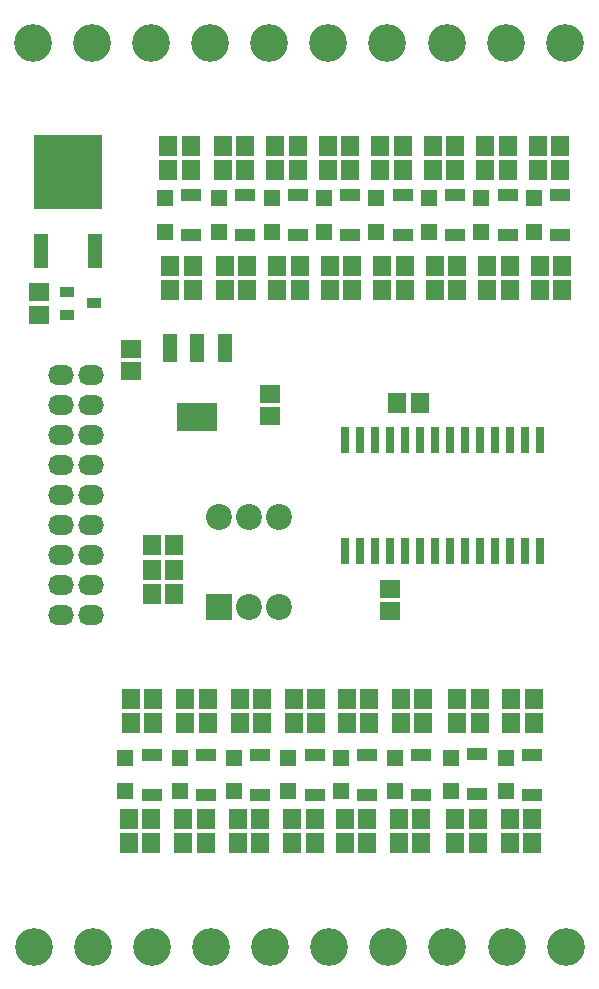
<source format=gts>
%TF.GenerationSoftware,Novarm,DipTrace,3.3.1.2*%
%TF.CreationDate,2019-04-15T21:39:31+01:00*%
%FSLAX35Y35*%
%MOMM*%
%TF.FileFunction,Soldermask,Top*%
%TF.Part,Single*%
%ADD42R,3.45X2.35*%
%ADD44R,1.15X2.35*%
%ADD46C,3.2*%
%ADD48R,0.8X2.2*%
%ADD50O,2.2X1.7*%
%ADD52C,2.2*%
%ADD54R,2.2X2.2*%
%ADD56R,5.75X6.35*%
%ADD58R,1.2X2.95*%
%ADD60R,1.25X0.85*%
%ADD62R,1.8X1.0*%
%ADD64R,1.4X1.4*%
%ADD66R,1.7X1.5*%
%ADD68R,1.5X1.7*%
G75*
G01*
%LPD*%
D68*
X4856760Y2142900D3*
X4666760D3*
D66*
X1444233Y5110973D3*
Y4920973D3*
X2619100Y4539773D3*
Y4729773D3*
D68*
X3888967Y4650887D3*
X3698967D3*
X4396433Y2142900D3*
X4206433D3*
X3920233D3*
X3730233D3*
X3460387D3*
X3270387D3*
X3015453D3*
X2825453D3*
X2555127D3*
X2365127D3*
X2094800D3*
X1904800D3*
X1634473D3*
X1444473D3*
X1968293Y5603287D3*
X1778293D3*
X2428620D3*
X2238620D3*
X2873073D3*
X2683073D3*
X3317527D3*
X3127527D3*
X3761980D3*
X3571980D3*
X4206433D3*
X4016433D3*
X4650887D3*
X4460887D3*
X5095340D3*
X4905340D3*
D64*
X4619140Y1365107D3*
Y1645107D3*
D62*
X4841367Y1333360D3*
Y1673360D3*
D60*
X904780Y5587413D3*
Y5397413D3*
X1134780Y5492413D3*
D64*
X4158813Y1365107D3*
Y1645107D3*
D62*
X4376433Y1337967D3*
Y1677967D3*
D64*
X3682613Y1365107D3*
Y1645107D3*
D62*
X3904840Y1333360D3*
Y1673360D3*
D64*
X3222287Y1365107D3*
Y1645107D3*
D62*
X3444513Y1333360D3*
Y1673360D3*
D64*
X2777833Y1365107D3*
Y1645107D3*
D62*
X3000060Y1333360D3*
Y1673360D3*
D64*
X2317507Y1365107D3*
Y1645107D3*
D62*
X2539733Y1333360D3*
Y1673360D3*
D64*
X1857180Y1365107D3*
Y1645107D3*
D62*
X2079407Y1333360D3*
Y1673360D3*
D64*
X1396853Y1365107D3*
Y1645107D3*
D62*
X1619080Y1333360D3*
Y1673360D3*
D64*
X1730193Y6381080D3*
Y6101080D3*
D62*
X1952420Y6412827D3*
Y6072827D3*
D64*
X2190520Y6381080D3*
Y6101080D3*
D62*
X2412747Y6412827D3*
Y6072827D3*
D64*
X2634973Y6381080D3*
Y6101080D3*
D62*
X2857200Y6412827D3*
Y6072827D3*
D64*
X3079427Y6381080D3*
Y6101080D3*
D62*
X3301653Y6412827D3*
Y6072827D3*
D64*
X3523880Y6381080D3*
Y6101080D3*
D62*
X3746107Y6412827D3*
Y6072827D3*
D64*
X3968333Y6381080D3*
Y6101080D3*
D62*
X4190560Y6412827D3*
Y6072827D3*
D64*
X4412787Y6381080D3*
Y6101080D3*
D62*
X4635013Y6412827D3*
Y6072827D3*
D64*
X4857240Y6381080D3*
Y6101080D3*
D62*
X5079467Y6412827D3*
Y6072827D3*
D58*
X682553Y5936627D3*
X1138553D3*
D56*
X910553Y6606627D3*
D68*
X4650887Y920653D3*
X4840887D3*
X4841367Y1127007D3*
X4651367D3*
X4666760Y1936547D3*
X4856760D3*
X1619080Y3031807D3*
X1809080D3*
X1619080Y3238160D3*
X1809080D3*
X1619080Y3444513D3*
X1809080D3*
D66*
X3634993Y2888947D3*
Y3078947D3*
D68*
X4190560Y920653D3*
X4380560D3*
X4380800Y1127247D3*
X4190800D3*
X4206913Y1936547D3*
X4396913D3*
X3714360Y920653D3*
X3904360D3*
X3904600Y1127247D3*
X3714600D3*
X3730713Y1936547D3*
X3920713D3*
X3254033Y920653D3*
X3444033D3*
X3444273Y1127247D3*
X3254273D3*
X3270387Y1936547D3*
X3460387D3*
X2809580Y920653D3*
X2999580D3*
X2999820Y1127247D3*
X2809820D3*
X2825933Y1936547D3*
X3015933D3*
X2349253Y920653D3*
X2539253D3*
D66*
X666680Y5396933D3*
Y5586933D3*
D68*
X2539493Y1127247D3*
X2349493D3*
X2365607Y1936547D3*
X2555607D3*
X1888927Y920653D3*
X2078927D3*
X2079167Y1127247D3*
X1889167D3*
X1905280Y1936547D3*
X2095280D3*
X1428600Y920653D3*
X1618600D3*
X1618840Y1127247D3*
X1428840D3*
X1444953Y1936547D3*
X1634953D3*
X1761940Y6825533D3*
X1951940D3*
X1952420Y6619180D3*
X1762420D3*
X1777813Y5809640D3*
X1967813D3*
X2222267Y6825533D3*
X2412267D3*
X2412747Y6619180D3*
X2222747D3*
X2238140Y5809640D3*
X2428140D3*
X2666720Y6825533D3*
X2856720D3*
X2857200Y6619180D3*
X2667200D3*
X2682593Y5809640D3*
X2872593D3*
X3111173Y6825533D3*
X3301173D3*
X3301653Y6619180D3*
X3111653D3*
X3127047Y5809640D3*
X3317047D3*
X3555627Y6825533D3*
X3745627D3*
X3746107Y6619180D3*
X3556107D3*
X3571500Y5809640D3*
X3761500D3*
X4000080Y6825533D3*
X4190080D3*
X4190560Y6619180D3*
X4000560D3*
X4015953Y5809640D3*
X4205953D3*
X4444533Y6825533D3*
X4634533D3*
X4635013Y6619180D3*
X4445013D3*
X4460407Y5809640D3*
X4650407D3*
X4888987Y6825533D3*
X5078987D3*
X5079467Y6619180D3*
X4889467D3*
X4904860Y5809640D3*
X5094860D3*
D54*
X2190520Y2920693D3*
D52*
X2444520D3*
X2698520D3*
Y3682693D3*
X2444520D3*
X2190570D3*
D50*
X851020Y4885777D3*
Y4631777D3*
Y4377777D3*
Y4123777D3*
Y3869777D3*
Y3615777D3*
Y3361777D3*
Y3107777D3*
Y2853777D3*
X1105020Y4885777D3*
Y4631777D3*
Y4377777D3*
Y4123777D3*
Y3869777D3*
Y3615777D3*
Y3361777D3*
Y3107777D3*
Y2853777D3*
D48*
X4906113Y4335257D3*
X4779113D3*
X4652113D3*
X4525113D3*
X4398113D3*
X4271113D3*
X4144113D3*
X4017113D3*
X3890113D3*
X3763113D3*
X3636113D3*
X3509113D3*
X3382113D3*
X3255113D3*
Y3395257D3*
X3382113D3*
X3509113D3*
X3636113D3*
X3763113D3*
X3890113D3*
X4017113D3*
X4144113D3*
X4271113D3*
X4398113D3*
X4525113D3*
X4652113D3*
X4779113D3*
X4906113D3*
D46*
X617000Y7700000D3*
X1117000D3*
X1617000D3*
X2117000D3*
X2617000D3*
X3117000D3*
X5125000Y47500D3*
X4625000D3*
X4125000D3*
X3625000D3*
X3125000D3*
X2625000D3*
X3617000Y7700000D3*
X4117000D3*
X4617000D3*
X5117000D3*
X2125000Y47500D3*
X1625000D3*
X1125000D3*
X625000D3*
D44*
X2238140Y5111213D3*
X2008140D3*
X1778140D3*
D42*
X2008140Y4531213D3*
M02*

</source>
